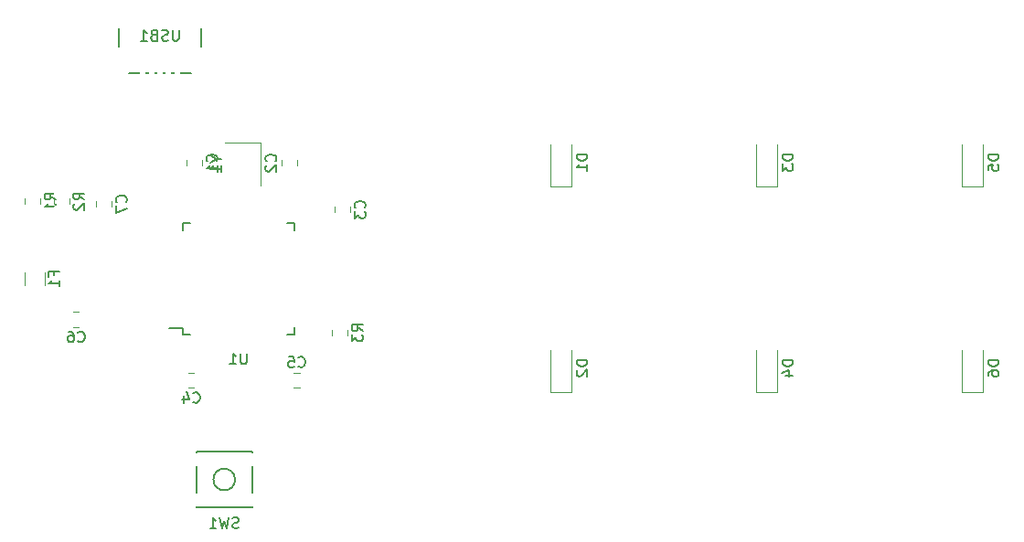
<source format=gbo>
G04 #@! TF.GenerationSoftware,KiCad,Pcbnew,(5.1.4)-1*
G04 #@! TF.CreationDate,2023-06-03T18:00:42-07:00*
G04 #@! TF.ProjectId,keypad,6b657970-6164-42e6-9b69-6361645f7063,rev?*
G04 #@! TF.SameCoordinates,Original*
G04 #@! TF.FileFunction,Legend,Bot*
G04 #@! TF.FilePolarity,Positive*
%FSLAX46Y46*%
G04 Gerber Fmt 4.6, Leading zero omitted, Abs format (unit mm)*
G04 Created by KiCad (PCBNEW (5.1.4)-1) date 2023-06-03 18:00:42*
%MOMM*%
%LPD*%
G04 APERTURE LIST*
%ADD10C,0.120000*%
%ADD11C,0.150000*%
%ADD12R,1.302000X1.502000*%
%ADD13O,1.802000X2.802000*%
%ADD14R,0.602000X2.352000*%
%ADD15R,0.652000X1.602000*%
%ADD16R,1.602000X0.652000*%
%ADD17R,1.902000X1.202000*%
%ADD18C,0.100000*%
%ADD19C,1.077000*%
%ADD20R,2.652000X2.602000*%
%ADD21C,1.852000*%
%ADD22C,3.102000*%
%ADD23C,4.089800*%
%ADD24C,1.352000*%
%ADD25R,1.302000X1.002000*%
G04 APERTURE END LIST*
D10*
X187617000Y-109803000D02*
X187617000Y-113803000D01*
X184317000Y-109803000D02*
X187617000Y-109803000D01*
D11*
X174425000Y-97893750D02*
X174425000Y-103343750D01*
X182125000Y-97893750D02*
X182125000Y-103343750D01*
X174425000Y-103343750D02*
X182125000Y-103343750D01*
X180372000Y-127028000D02*
X179097000Y-127028000D01*
X190722000Y-127603000D02*
X190047000Y-127603000D01*
X190722000Y-117253000D02*
X190047000Y-117253000D01*
X180372000Y-117253000D02*
X181047000Y-117253000D01*
X180372000Y-127603000D02*
X181047000Y-127603000D01*
X180372000Y-117253000D02*
X180372000Y-117928000D01*
X190722000Y-117253000D02*
X190722000Y-117928000D01*
X190722000Y-127603000D02*
X190722000Y-126928000D01*
X180372000Y-127603000D02*
X180372000Y-127028000D01*
X186825000Y-138425000D02*
X181625000Y-138425000D01*
X181625000Y-138425000D02*
X181625000Y-143625000D01*
X181625000Y-143625000D02*
X186825000Y-143625000D01*
X186825000Y-143625000D02*
X186825000Y-138425000D01*
X185225000Y-141025000D02*
G75*
G03X185225000Y-141025000I-1000000J0D01*
G01*
D10*
X194235000Y-127688078D02*
X194235000Y-127170922D01*
X195655000Y-127688078D02*
X195655000Y-127170922D01*
X168454000Y-115526078D02*
X168454000Y-115008922D01*
X169874000Y-115526078D02*
X169874000Y-115008922D01*
X165787000Y-115526078D02*
X165787000Y-115008922D01*
X167207000Y-115526078D02*
X167207000Y-115008922D01*
X165777500Y-123027064D02*
X165777500Y-121822936D01*
X167597500Y-123027064D02*
X167597500Y-121822936D01*
X254492000Y-132933000D02*
X254492000Y-129033000D01*
X252492000Y-132933000D02*
X252492000Y-129033000D01*
X254492000Y-132933000D02*
X252492000Y-132933000D01*
X254492000Y-113882000D02*
X254492000Y-109982000D01*
X252492000Y-113882000D02*
X252492000Y-109982000D01*
X254492000Y-113882000D02*
X252492000Y-113882000D01*
X235442000Y-132933000D02*
X235442000Y-129033000D01*
X233442000Y-132933000D02*
X233442000Y-129033000D01*
X235442000Y-132933000D02*
X233442000Y-132933000D01*
X235442000Y-113883000D02*
X235442000Y-109983000D01*
X233442000Y-113883000D02*
X233442000Y-109983000D01*
X235442000Y-113883000D02*
X233442000Y-113883000D01*
X216392000Y-132933000D02*
X216392000Y-129033000D01*
X214392000Y-132933000D02*
X214392000Y-129033000D01*
X216392000Y-132933000D02*
X214392000Y-132933000D01*
X216392000Y-113882000D02*
X216392000Y-109982000D01*
X214392000Y-113882000D02*
X214392000Y-109982000D01*
X216392000Y-113882000D02*
X214392000Y-113882000D01*
X172391000Y-115750078D02*
X172391000Y-115232922D01*
X173811000Y-115750078D02*
X173811000Y-115232922D01*
X170253922Y-125496250D02*
X170771078Y-125496250D01*
X170253922Y-126916250D02*
X170771078Y-126916250D01*
X191188078Y-132536000D02*
X190670922Y-132536000D01*
X191188078Y-131116000D02*
X190670922Y-131116000D01*
X180921922Y-131116000D02*
X181439078Y-131116000D01*
X180921922Y-132536000D02*
X181439078Y-132536000D01*
X194489000Y-116288078D02*
X194489000Y-115770922D01*
X195909000Y-116288078D02*
X195909000Y-115770922D01*
X190956000Y-111452922D02*
X190956000Y-111970078D01*
X189536000Y-111452922D02*
X189536000Y-111970078D01*
X180773000Y-111970078D02*
X180773000Y-111452922D01*
X182193000Y-111970078D02*
X182193000Y-111452922D01*
D11*
X183493190Y-111326809D02*
X183969380Y-111326809D01*
X182969380Y-110993476D02*
X183493190Y-111326809D01*
X182969380Y-111660142D01*
X183969380Y-112517285D02*
X183969380Y-111945857D01*
X183969380Y-112231571D02*
X182969380Y-112231571D01*
X183112238Y-112136333D01*
X183207476Y-112041095D01*
X183255095Y-111945857D01*
X180013095Y-99378130D02*
X180013095Y-100187654D01*
X179965476Y-100282892D01*
X179917857Y-100330511D01*
X179822619Y-100378130D01*
X179632142Y-100378130D01*
X179536904Y-100330511D01*
X179489285Y-100282892D01*
X179441666Y-100187654D01*
X179441666Y-99378130D01*
X179013095Y-100330511D02*
X178870238Y-100378130D01*
X178632142Y-100378130D01*
X178536904Y-100330511D01*
X178489285Y-100282892D01*
X178441666Y-100187654D01*
X178441666Y-100092416D01*
X178489285Y-99997178D01*
X178536904Y-99949559D01*
X178632142Y-99901940D01*
X178822619Y-99854321D01*
X178917857Y-99806702D01*
X178965476Y-99759083D01*
X179013095Y-99663845D01*
X179013095Y-99568607D01*
X178965476Y-99473369D01*
X178917857Y-99425750D01*
X178822619Y-99378130D01*
X178584523Y-99378130D01*
X178441666Y-99425750D01*
X177679761Y-99854321D02*
X177536904Y-99901940D01*
X177489285Y-99949559D01*
X177441666Y-100044797D01*
X177441666Y-100187654D01*
X177489285Y-100282892D01*
X177536904Y-100330511D01*
X177632142Y-100378130D01*
X178013095Y-100378130D01*
X178013095Y-99378130D01*
X177679761Y-99378130D01*
X177584523Y-99425750D01*
X177536904Y-99473369D01*
X177489285Y-99568607D01*
X177489285Y-99663845D01*
X177536904Y-99759083D01*
X177584523Y-99806702D01*
X177679761Y-99854321D01*
X178013095Y-99854321D01*
X176489285Y-100378130D02*
X177060714Y-100378130D01*
X176775000Y-100378130D02*
X176775000Y-99378130D01*
X176870238Y-99520988D01*
X176965476Y-99616226D01*
X177060714Y-99663845D01*
X186308904Y-129330380D02*
X186308904Y-130139904D01*
X186261285Y-130235142D01*
X186213666Y-130282761D01*
X186118428Y-130330380D01*
X185927952Y-130330380D01*
X185832714Y-130282761D01*
X185785095Y-130235142D01*
X185737476Y-130139904D01*
X185737476Y-129330380D01*
X184737476Y-130330380D02*
X185308904Y-130330380D01*
X185023190Y-130330380D02*
X185023190Y-129330380D01*
X185118428Y-129473238D01*
X185213666Y-129568476D01*
X185308904Y-129616095D01*
X185558333Y-145493761D02*
X185415476Y-145541380D01*
X185177380Y-145541380D01*
X185082142Y-145493761D01*
X185034523Y-145446142D01*
X184986904Y-145350904D01*
X184986904Y-145255666D01*
X185034523Y-145160428D01*
X185082142Y-145112809D01*
X185177380Y-145065190D01*
X185367857Y-145017571D01*
X185463095Y-144969952D01*
X185510714Y-144922333D01*
X185558333Y-144827095D01*
X185558333Y-144731857D01*
X185510714Y-144636619D01*
X185463095Y-144589000D01*
X185367857Y-144541380D01*
X185129761Y-144541380D01*
X184986904Y-144589000D01*
X184653571Y-144541380D02*
X184415476Y-145541380D01*
X184225000Y-144827095D01*
X184034523Y-145541380D01*
X183796428Y-144541380D01*
X182891666Y-145541380D02*
X183463095Y-145541380D01*
X183177380Y-145541380D02*
X183177380Y-144541380D01*
X183272619Y-144684238D01*
X183367857Y-144779476D01*
X183463095Y-144827095D01*
X197047380Y-127262833D02*
X196571190Y-126929500D01*
X197047380Y-126691404D02*
X196047380Y-126691404D01*
X196047380Y-127072357D01*
X196095000Y-127167595D01*
X196142619Y-127215214D01*
X196237857Y-127262833D01*
X196380714Y-127262833D01*
X196475952Y-127215214D01*
X196523571Y-127167595D01*
X196571190Y-127072357D01*
X196571190Y-126691404D01*
X196047380Y-127596166D02*
X196047380Y-128215214D01*
X196428333Y-127881880D01*
X196428333Y-128024738D01*
X196475952Y-128119976D01*
X196523571Y-128167595D01*
X196618809Y-128215214D01*
X196856904Y-128215214D01*
X196952142Y-128167595D01*
X196999761Y-128119976D01*
X197047380Y-128024738D01*
X197047380Y-127739023D01*
X196999761Y-127643785D01*
X196952142Y-127596166D01*
X171266380Y-115100833D02*
X170790190Y-114767500D01*
X171266380Y-114529404D02*
X170266380Y-114529404D01*
X170266380Y-114910357D01*
X170314000Y-115005595D01*
X170361619Y-115053214D01*
X170456857Y-115100833D01*
X170599714Y-115100833D01*
X170694952Y-115053214D01*
X170742571Y-115005595D01*
X170790190Y-114910357D01*
X170790190Y-114529404D01*
X170361619Y-115481785D02*
X170314000Y-115529404D01*
X170266380Y-115624642D01*
X170266380Y-115862738D01*
X170314000Y-115957976D01*
X170361619Y-116005595D01*
X170456857Y-116053214D01*
X170552095Y-116053214D01*
X170694952Y-116005595D01*
X171266380Y-115434166D01*
X171266380Y-116053214D01*
X168599380Y-115100833D02*
X168123190Y-114767500D01*
X168599380Y-114529404D02*
X167599380Y-114529404D01*
X167599380Y-114910357D01*
X167647000Y-115005595D01*
X167694619Y-115053214D01*
X167789857Y-115100833D01*
X167932714Y-115100833D01*
X168027952Y-115053214D01*
X168075571Y-115005595D01*
X168123190Y-114910357D01*
X168123190Y-114529404D01*
X168599380Y-116053214D02*
X168599380Y-115481785D01*
X168599380Y-115767500D02*
X167599380Y-115767500D01*
X167742238Y-115672261D01*
X167837476Y-115577023D01*
X167885095Y-115481785D01*
X168436071Y-122091666D02*
X168436071Y-121758333D01*
X168959880Y-121758333D02*
X167959880Y-121758333D01*
X167959880Y-122234523D01*
X168959880Y-123139285D02*
X168959880Y-122567857D01*
X168959880Y-122853571D02*
X167959880Y-122853571D01*
X168102738Y-122758333D01*
X168197976Y-122663095D01*
X168245595Y-122567857D01*
X255944380Y-129944904D02*
X254944380Y-129944904D01*
X254944380Y-130183000D01*
X254992000Y-130325857D01*
X255087238Y-130421095D01*
X255182476Y-130468714D01*
X255372952Y-130516333D01*
X255515809Y-130516333D01*
X255706285Y-130468714D01*
X255801523Y-130421095D01*
X255896761Y-130325857D01*
X255944380Y-130183000D01*
X255944380Y-129944904D01*
X254944380Y-131373476D02*
X254944380Y-131183000D01*
X254992000Y-131087761D01*
X255039619Y-131040142D01*
X255182476Y-130944904D01*
X255372952Y-130897285D01*
X255753904Y-130897285D01*
X255849142Y-130944904D01*
X255896761Y-130992523D01*
X255944380Y-131087761D01*
X255944380Y-131278238D01*
X255896761Y-131373476D01*
X255849142Y-131421095D01*
X255753904Y-131468714D01*
X255515809Y-131468714D01*
X255420571Y-131421095D01*
X255372952Y-131373476D01*
X255325333Y-131278238D01*
X255325333Y-131087761D01*
X255372952Y-130992523D01*
X255420571Y-130944904D01*
X255515809Y-130897285D01*
X255944380Y-110893904D02*
X254944380Y-110893904D01*
X254944380Y-111132000D01*
X254992000Y-111274857D01*
X255087238Y-111370095D01*
X255182476Y-111417714D01*
X255372952Y-111465333D01*
X255515809Y-111465333D01*
X255706285Y-111417714D01*
X255801523Y-111370095D01*
X255896761Y-111274857D01*
X255944380Y-111132000D01*
X255944380Y-110893904D01*
X254944380Y-112370095D02*
X254944380Y-111893904D01*
X255420571Y-111846285D01*
X255372952Y-111893904D01*
X255325333Y-111989142D01*
X255325333Y-112227238D01*
X255372952Y-112322476D01*
X255420571Y-112370095D01*
X255515809Y-112417714D01*
X255753904Y-112417714D01*
X255849142Y-112370095D01*
X255896761Y-112322476D01*
X255944380Y-112227238D01*
X255944380Y-111989142D01*
X255896761Y-111893904D01*
X255849142Y-111846285D01*
X236894380Y-129944904D02*
X235894380Y-129944904D01*
X235894380Y-130183000D01*
X235942000Y-130325857D01*
X236037238Y-130421095D01*
X236132476Y-130468714D01*
X236322952Y-130516333D01*
X236465809Y-130516333D01*
X236656285Y-130468714D01*
X236751523Y-130421095D01*
X236846761Y-130325857D01*
X236894380Y-130183000D01*
X236894380Y-129944904D01*
X236227714Y-131373476D02*
X236894380Y-131373476D01*
X235846761Y-131135380D02*
X236561047Y-130897285D01*
X236561047Y-131516333D01*
X236894380Y-110894904D02*
X235894380Y-110894904D01*
X235894380Y-111133000D01*
X235942000Y-111275857D01*
X236037238Y-111371095D01*
X236132476Y-111418714D01*
X236322952Y-111466333D01*
X236465809Y-111466333D01*
X236656285Y-111418714D01*
X236751523Y-111371095D01*
X236846761Y-111275857D01*
X236894380Y-111133000D01*
X236894380Y-110894904D01*
X235894380Y-111799666D02*
X235894380Y-112418714D01*
X236275333Y-112085380D01*
X236275333Y-112228238D01*
X236322952Y-112323476D01*
X236370571Y-112371095D01*
X236465809Y-112418714D01*
X236703904Y-112418714D01*
X236799142Y-112371095D01*
X236846761Y-112323476D01*
X236894380Y-112228238D01*
X236894380Y-111942523D01*
X236846761Y-111847285D01*
X236799142Y-111799666D01*
X217844380Y-129944904D02*
X216844380Y-129944904D01*
X216844380Y-130183000D01*
X216892000Y-130325857D01*
X216987238Y-130421095D01*
X217082476Y-130468714D01*
X217272952Y-130516333D01*
X217415809Y-130516333D01*
X217606285Y-130468714D01*
X217701523Y-130421095D01*
X217796761Y-130325857D01*
X217844380Y-130183000D01*
X217844380Y-129944904D01*
X216939619Y-130897285D02*
X216892000Y-130944904D01*
X216844380Y-131040142D01*
X216844380Y-131278238D01*
X216892000Y-131373476D01*
X216939619Y-131421095D01*
X217034857Y-131468714D01*
X217130095Y-131468714D01*
X217272952Y-131421095D01*
X217844380Y-130849666D01*
X217844380Y-131468714D01*
X217844380Y-110893904D02*
X216844380Y-110893904D01*
X216844380Y-111132000D01*
X216892000Y-111274857D01*
X216987238Y-111370095D01*
X217082476Y-111417714D01*
X217272952Y-111465333D01*
X217415809Y-111465333D01*
X217606285Y-111417714D01*
X217701523Y-111370095D01*
X217796761Y-111274857D01*
X217844380Y-111132000D01*
X217844380Y-110893904D01*
X217844380Y-112417714D02*
X217844380Y-111846285D01*
X217844380Y-112132000D02*
X216844380Y-112132000D01*
X216987238Y-112036761D01*
X217082476Y-111941523D01*
X217130095Y-111846285D01*
X175108142Y-115324833D02*
X175155761Y-115277214D01*
X175203380Y-115134357D01*
X175203380Y-115039119D01*
X175155761Y-114896261D01*
X175060523Y-114801023D01*
X174965285Y-114753404D01*
X174774809Y-114705785D01*
X174631952Y-114705785D01*
X174441476Y-114753404D01*
X174346238Y-114801023D01*
X174251000Y-114896261D01*
X174203380Y-115039119D01*
X174203380Y-115134357D01*
X174251000Y-115277214D01*
X174298619Y-115324833D01*
X174203380Y-115658166D02*
X174203380Y-116324833D01*
X175203380Y-115896261D01*
X170679166Y-128213392D02*
X170726785Y-128261011D01*
X170869642Y-128308630D01*
X170964880Y-128308630D01*
X171107738Y-128261011D01*
X171202976Y-128165773D01*
X171250595Y-128070535D01*
X171298214Y-127880059D01*
X171298214Y-127737202D01*
X171250595Y-127546726D01*
X171202976Y-127451488D01*
X171107738Y-127356250D01*
X170964880Y-127308630D01*
X170869642Y-127308630D01*
X170726785Y-127356250D01*
X170679166Y-127403869D01*
X169822023Y-127308630D02*
X170012500Y-127308630D01*
X170107738Y-127356250D01*
X170155357Y-127403869D01*
X170250595Y-127546726D01*
X170298214Y-127737202D01*
X170298214Y-128118154D01*
X170250595Y-128213392D01*
X170202976Y-128261011D01*
X170107738Y-128308630D01*
X169917261Y-128308630D01*
X169822023Y-128261011D01*
X169774404Y-128213392D01*
X169726785Y-128118154D01*
X169726785Y-127880059D01*
X169774404Y-127784821D01*
X169822023Y-127737202D01*
X169917261Y-127689583D01*
X170107738Y-127689583D01*
X170202976Y-127737202D01*
X170250595Y-127784821D01*
X170298214Y-127880059D01*
X191096166Y-130533142D02*
X191143785Y-130580761D01*
X191286642Y-130628380D01*
X191381880Y-130628380D01*
X191524738Y-130580761D01*
X191619976Y-130485523D01*
X191667595Y-130390285D01*
X191715214Y-130199809D01*
X191715214Y-130056952D01*
X191667595Y-129866476D01*
X191619976Y-129771238D01*
X191524738Y-129676000D01*
X191381880Y-129628380D01*
X191286642Y-129628380D01*
X191143785Y-129676000D01*
X191096166Y-129723619D01*
X190191404Y-129628380D02*
X190667595Y-129628380D01*
X190715214Y-130104571D01*
X190667595Y-130056952D01*
X190572357Y-130009333D01*
X190334261Y-130009333D01*
X190239023Y-130056952D01*
X190191404Y-130104571D01*
X190143785Y-130199809D01*
X190143785Y-130437904D01*
X190191404Y-130533142D01*
X190239023Y-130580761D01*
X190334261Y-130628380D01*
X190572357Y-130628380D01*
X190667595Y-130580761D01*
X190715214Y-130533142D01*
X181347166Y-133833142D02*
X181394785Y-133880761D01*
X181537642Y-133928380D01*
X181632880Y-133928380D01*
X181775738Y-133880761D01*
X181870976Y-133785523D01*
X181918595Y-133690285D01*
X181966214Y-133499809D01*
X181966214Y-133356952D01*
X181918595Y-133166476D01*
X181870976Y-133071238D01*
X181775738Y-132976000D01*
X181632880Y-132928380D01*
X181537642Y-132928380D01*
X181394785Y-132976000D01*
X181347166Y-133023619D01*
X180490023Y-133261714D02*
X180490023Y-133928380D01*
X180728119Y-132880761D02*
X180966214Y-133595047D01*
X180347166Y-133595047D01*
X197206142Y-115862833D02*
X197253761Y-115815214D01*
X197301380Y-115672357D01*
X197301380Y-115577119D01*
X197253761Y-115434261D01*
X197158523Y-115339023D01*
X197063285Y-115291404D01*
X196872809Y-115243785D01*
X196729952Y-115243785D01*
X196539476Y-115291404D01*
X196444238Y-115339023D01*
X196349000Y-115434261D01*
X196301380Y-115577119D01*
X196301380Y-115672357D01*
X196349000Y-115815214D01*
X196396619Y-115862833D01*
X196301380Y-116196166D02*
X196301380Y-116815214D01*
X196682333Y-116481880D01*
X196682333Y-116624738D01*
X196729952Y-116719976D01*
X196777571Y-116767595D01*
X196872809Y-116815214D01*
X197110904Y-116815214D01*
X197206142Y-116767595D01*
X197253761Y-116719976D01*
X197301380Y-116624738D01*
X197301380Y-116339023D01*
X197253761Y-116243785D01*
X197206142Y-116196166D01*
X188953142Y-111544833D02*
X189000761Y-111497214D01*
X189048380Y-111354357D01*
X189048380Y-111259119D01*
X189000761Y-111116261D01*
X188905523Y-111021023D01*
X188810285Y-110973404D01*
X188619809Y-110925785D01*
X188476952Y-110925785D01*
X188286476Y-110973404D01*
X188191238Y-111021023D01*
X188096000Y-111116261D01*
X188048380Y-111259119D01*
X188048380Y-111354357D01*
X188096000Y-111497214D01*
X188143619Y-111544833D01*
X188143619Y-111925785D02*
X188096000Y-111973404D01*
X188048380Y-112068642D01*
X188048380Y-112306738D01*
X188096000Y-112401976D01*
X188143619Y-112449595D01*
X188238857Y-112497214D01*
X188334095Y-112497214D01*
X188476952Y-112449595D01*
X189048380Y-111878166D01*
X189048380Y-112497214D01*
X183490142Y-111544833D02*
X183537761Y-111497214D01*
X183585380Y-111354357D01*
X183585380Y-111259119D01*
X183537761Y-111116261D01*
X183442523Y-111021023D01*
X183347285Y-110973404D01*
X183156809Y-110925785D01*
X183013952Y-110925785D01*
X182823476Y-110973404D01*
X182728238Y-111021023D01*
X182633000Y-111116261D01*
X182585380Y-111259119D01*
X182585380Y-111354357D01*
X182633000Y-111497214D01*
X182680619Y-111544833D01*
X183585380Y-112497214D02*
X183585380Y-111925785D01*
X183585380Y-112211500D02*
X182585380Y-112211500D01*
X182728238Y-112116261D01*
X182823476Y-112021023D01*
X182871095Y-111925785D01*
%LPC*%
D12*
X185117000Y-110703000D03*
X185117000Y-112903000D03*
X186817000Y-112903000D03*
X186817000Y-110703000D03*
D13*
X174625000Y-97893750D03*
X181925000Y-97893750D03*
X181925000Y-102393750D03*
X174625000Y-102393750D03*
D14*
X176675000Y-102393750D03*
X177475000Y-102393750D03*
X178275000Y-102393750D03*
X179075000Y-102393750D03*
X179875000Y-102393750D03*
D15*
X181547000Y-128128000D03*
X182347000Y-128128000D03*
X183147000Y-128128000D03*
X183947000Y-128128000D03*
X184747000Y-128128000D03*
X185547000Y-128128000D03*
X186347000Y-128128000D03*
X187147000Y-128128000D03*
X187947000Y-128128000D03*
X188747000Y-128128000D03*
X189547000Y-128128000D03*
D16*
X191247000Y-126428000D03*
X191247000Y-125628000D03*
X191247000Y-124828000D03*
X191247000Y-124028000D03*
X191247000Y-123228000D03*
X191247000Y-122428000D03*
X191247000Y-121628000D03*
X191247000Y-120828000D03*
X191247000Y-120028000D03*
X191247000Y-119228000D03*
X191247000Y-118428000D03*
D15*
X189547000Y-116728000D03*
X188747000Y-116728000D03*
X187947000Y-116728000D03*
X187147000Y-116728000D03*
X186347000Y-116728000D03*
X185547000Y-116728000D03*
X184747000Y-116728000D03*
X183947000Y-116728000D03*
X183147000Y-116728000D03*
X182347000Y-116728000D03*
X181547000Y-116728000D03*
D16*
X179847000Y-118428000D03*
X179847000Y-119228000D03*
X179847000Y-120028000D03*
X179847000Y-120828000D03*
X179847000Y-121628000D03*
X179847000Y-122428000D03*
X179847000Y-123228000D03*
X179847000Y-124028000D03*
X179847000Y-124828000D03*
X179847000Y-125628000D03*
X179847000Y-126428000D03*
D17*
X187325000Y-142875000D03*
X181125000Y-139175000D03*
X187325000Y-139175000D03*
X181125000Y-142875000D03*
D18*
G36*
X195453141Y-125954797D02*
G01*
X195479278Y-125958674D01*
X195504909Y-125965094D01*
X195529788Y-125973995D01*
X195553674Y-125985293D01*
X195576337Y-125998877D01*
X195597560Y-126014617D01*
X195617139Y-126032361D01*
X195634883Y-126051940D01*
X195650623Y-126073163D01*
X195664207Y-126095826D01*
X195675505Y-126119712D01*
X195684406Y-126144591D01*
X195690826Y-126170222D01*
X195694703Y-126196359D01*
X195696000Y-126222750D01*
X195696000Y-126761250D01*
X195694703Y-126787641D01*
X195690826Y-126813778D01*
X195684406Y-126839409D01*
X195675505Y-126864288D01*
X195664207Y-126888174D01*
X195650623Y-126910837D01*
X195634883Y-126932060D01*
X195617139Y-126951639D01*
X195597560Y-126969383D01*
X195576337Y-126985123D01*
X195553674Y-126998707D01*
X195529788Y-127010005D01*
X195504909Y-127018906D01*
X195479278Y-127025326D01*
X195453141Y-127029203D01*
X195426750Y-127030500D01*
X194463250Y-127030500D01*
X194436859Y-127029203D01*
X194410722Y-127025326D01*
X194385091Y-127018906D01*
X194360212Y-127010005D01*
X194336326Y-126998707D01*
X194313663Y-126985123D01*
X194292440Y-126969383D01*
X194272861Y-126951639D01*
X194255117Y-126932060D01*
X194239377Y-126910837D01*
X194225793Y-126888174D01*
X194214495Y-126864288D01*
X194205594Y-126839409D01*
X194199174Y-126813778D01*
X194195297Y-126787641D01*
X194194000Y-126761250D01*
X194194000Y-126222750D01*
X194195297Y-126196359D01*
X194199174Y-126170222D01*
X194205594Y-126144591D01*
X194214495Y-126119712D01*
X194225793Y-126095826D01*
X194239377Y-126073163D01*
X194255117Y-126051940D01*
X194272861Y-126032361D01*
X194292440Y-126014617D01*
X194313663Y-125998877D01*
X194336326Y-125985293D01*
X194360212Y-125973995D01*
X194385091Y-125965094D01*
X194410722Y-125958674D01*
X194436859Y-125954797D01*
X194463250Y-125953500D01*
X195426750Y-125953500D01*
X195453141Y-125954797D01*
X195453141Y-125954797D01*
G37*
D19*
X194945000Y-126492000D03*
D18*
G36*
X195453141Y-127829797D02*
G01*
X195479278Y-127833674D01*
X195504909Y-127840094D01*
X195529788Y-127848995D01*
X195553674Y-127860293D01*
X195576337Y-127873877D01*
X195597560Y-127889617D01*
X195617139Y-127907361D01*
X195634883Y-127926940D01*
X195650623Y-127948163D01*
X195664207Y-127970826D01*
X195675505Y-127994712D01*
X195684406Y-128019591D01*
X195690826Y-128045222D01*
X195694703Y-128071359D01*
X195696000Y-128097750D01*
X195696000Y-128636250D01*
X195694703Y-128662641D01*
X195690826Y-128688778D01*
X195684406Y-128714409D01*
X195675505Y-128739288D01*
X195664207Y-128763174D01*
X195650623Y-128785837D01*
X195634883Y-128807060D01*
X195617139Y-128826639D01*
X195597560Y-128844383D01*
X195576337Y-128860123D01*
X195553674Y-128873707D01*
X195529788Y-128885005D01*
X195504909Y-128893906D01*
X195479278Y-128900326D01*
X195453141Y-128904203D01*
X195426750Y-128905500D01*
X194463250Y-128905500D01*
X194436859Y-128904203D01*
X194410722Y-128900326D01*
X194385091Y-128893906D01*
X194360212Y-128885005D01*
X194336326Y-128873707D01*
X194313663Y-128860123D01*
X194292440Y-128844383D01*
X194272861Y-128826639D01*
X194255117Y-128807060D01*
X194239377Y-128785837D01*
X194225793Y-128763174D01*
X194214495Y-128739288D01*
X194205594Y-128714409D01*
X194199174Y-128688778D01*
X194195297Y-128662641D01*
X194194000Y-128636250D01*
X194194000Y-128097750D01*
X194195297Y-128071359D01*
X194199174Y-128045222D01*
X194205594Y-128019591D01*
X194214495Y-127994712D01*
X194225793Y-127970826D01*
X194239377Y-127948163D01*
X194255117Y-127926940D01*
X194272861Y-127907361D01*
X194292440Y-127889617D01*
X194313663Y-127873877D01*
X194336326Y-127860293D01*
X194360212Y-127848995D01*
X194385091Y-127840094D01*
X194410722Y-127833674D01*
X194436859Y-127829797D01*
X194463250Y-127828500D01*
X195426750Y-127828500D01*
X195453141Y-127829797D01*
X195453141Y-127829797D01*
G37*
D19*
X194945000Y-128367000D03*
D18*
G36*
X169672141Y-113792797D02*
G01*
X169698278Y-113796674D01*
X169723909Y-113803094D01*
X169748788Y-113811995D01*
X169772674Y-113823293D01*
X169795337Y-113836877D01*
X169816560Y-113852617D01*
X169836139Y-113870361D01*
X169853883Y-113889940D01*
X169869623Y-113911163D01*
X169883207Y-113933826D01*
X169894505Y-113957712D01*
X169903406Y-113982591D01*
X169909826Y-114008222D01*
X169913703Y-114034359D01*
X169915000Y-114060750D01*
X169915000Y-114599250D01*
X169913703Y-114625641D01*
X169909826Y-114651778D01*
X169903406Y-114677409D01*
X169894505Y-114702288D01*
X169883207Y-114726174D01*
X169869623Y-114748837D01*
X169853883Y-114770060D01*
X169836139Y-114789639D01*
X169816560Y-114807383D01*
X169795337Y-114823123D01*
X169772674Y-114836707D01*
X169748788Y-114848005D01*
X169723909Y-114856906D01*
X169698278Y-114863326D01*
X169672141Y-114867203D01*
X169645750Y-114868500D01*
X168682250Y-114868500D01*
X168655859Y-114867203D01*
X168629722Y-114863326D01*
X168604091Y-114856906D01*
X168579212Y-114848005D01*
X168555326Y-114836707D01*
X168532663Y-114823123D01*
X168511440Y-114807383D01*
X168491861Y-114789639D01*
X168474117Y-114770060D01*
X168458377Y-114748837D01*
X168444793Y-114726174D01*
X168433495Y-114702288D01*
X168424594Y-114677409D01*
X168418174Y-114651778D01*
X168414297Y-114625641D01*
X168413000Y-114599250D01*
X168413000Y-114060750D01*
X168414297Y-114034359D01*
X168418174Y-114008222D01*
X168424594Y-113982591D01*
X168433495Y-113957712D01*
X168444793Y-113933826D01*
X168458377Y-113911163D01*
X168474117Y-113889940D01*
X168491861Y-113870361D01*
X168511440Y-113852617D01*
X168532663Y-113836877D01*
X168555326Y-113823293D01*
X168579212Y-113811995D01*
X168604091Y-113803094D01*
X168629722Y-113796674D01*
X168655859Y-113792797D01*
X168682250Y-113791500D01*
X169645750Y-113791500D01*
X169672141Y-113792797D01*
X169672141Y-113792797D01*
G37*
D19*
X169164000Y-114330000D03*
D18*
G36*
X169672141Y-115667797D02*
G01*
X169698278Y-115671674D01*
X169723909Y-115678094D01*
X169748788Y-115686995D01*
X169772674Y-115698293D01*
X169795337Y-115711877D01*
X169816560Y-115727617D01*
X169836139Y-115745361D01*
X169853883Y-115764940D01*
X169869623Y-115786163D01*
X169883207Y-115808826D01*
X169894505Y-115832712D01*
X169903406Y-115857591D01*
X169909826Y-115883222D01*
X169913703Y-115909359D01*
X169915000Y-115935750D01*
X169915000Y-116474250D01*
X169913703Y-116500641D01*
X169909826Y-116526778D01*
X169903406Y-116552409D01*
X169894505Y-116577288D01*
X169883207Y-116601174D01*
X169869623Y-116623837D01*
X169853883Y-116645060D01*
X169836139Y-116664639D01*
X169816560Y-116682383D01*
X169795337Y-116698123D01*
X169772674Y-116711707D01*
X169748788Y-116723005D01*
X169723909Y-116731906D01*
X169698278Y-116738326D01*
X169672141Y-116742203D01*
X169645750Y-116743500D01*
X168682250Y-116743500D01*
X168655859Y-116742203D01*
X168629722Y-116738326D01*
X168604091Y-116731906D01*
X168579212Y-116723005D01*
X168555326Y-116711707D01*
X168532663Y-116698123D01*
X168511440Y-116682383D01*
X168491861Y-116664639D01*
X168474117Y-116645060D01*
X168458377Y-116623837D01*
X168444793Y-116601174D01*
X168433495Y-116577288D01*
X168424594Y-116552409D01*
X168418174Y-116526778D01*
X168414297Y-116500641D01*
X168413000Y-116474250D01*
X168413000Y-115935750D01*
X168414297Y-115909359D01*
X168418174Y-115883222D01*
X168424594Y-115857591D01*
X168433495Y-115832712D01*
X168444793Y-115808826D01*
X168458377Y-115786163D01*
X168474117Y-115764940D01*
X168491861Y-115745361D01*
X168511440Y-115727617D01*
X168532663Y-115711877D01*
X168555326Y-115698293D01*
X168579212Y-115686995D01*
X168604091Y-115678094D01*
X168629722Y-115671674D01*
X168655859Y-115667797D01*
X168682250Y-115666500D01*
X169645750Y-115666500D01*
X169672141Y-115667797D01*
X169672141Y-115667797D01*
G37*
D19*
X169164000Y-116205000D03*
D18*
G36*
X167005141Y-113792797D02*
G01*
X167031278Y-113796674D01*
X167056909Y-113803094D01*
X167081788Y-113811995D01*
X167105674Y-113823293D01*
X167128337Y-113836877D01*
X167149560Y-113852617D01*
X167169139Y-113870361D01*
X167186883Y-113889940D01*
X167202623Y-113911163D01*
X167216207Y-113933826D01*
X167227505Y-113957712D01*
X167236406Y-113982591D01*
X167242826Y-114008222D01*
X167246703Y-114034359D01*
X167248000Y-114060750D01*
X167248000Y-114599250D01*
X167246703Y-114625641D01*
X167242826Y-114651778D01*
X167236406Y-114677409D01*
X167227505Y-114702288D01*
X167216207Y-114726174D01*
X167202623Y-114748837D01*
X167186883Y-114770060D01*
X167169139Y-114789639D01*
X167149560Y-114807383D01*
X167128337Y-114823123D01*
X167105674Y-114836707D01*
X167081788Y-114848005D01*
X167056909Y-114856906D01*
X167031278Y-114863326D01*
X167005141Y-114867203D01*
X166978750Y-114868500D01*
X166015250Y-114868500D01*
X165988859Y-114867203D01*
X165962722Y-114863326D01*
X165937091Y-114856906D01*
X165912212Y-114848005D01*
X165888326Y-114836707D01*
X165865663Y-114823123D01*
X165844440Y-114807383D01*
X165824861Y-114789639D01*
X165807117Y-114770060D01*
X165791377Y-114748837D01*
X165777793Y-114726174D01*
X165766495Y-114702288D01*
X165757594Y-114677409D01*
X165751174Y-114651778D01*
X165747297Y-114625641D01*
X165746000Y-114599250D01*
X165746000Y-114060750D01*
X165747297Y-114034359D01*
X165751174Y-114008222D01*
X165757594Y-113982591D01*
X165766495Y-113957712D01*
X165777793Y-113933826D01*
X165791377Y-113911163D01*
X165807117Y-113889940D01*
X165824861Y-113870361D01*
X165844440Y-113852617D01*
X165865663Y-113836877D01*
X165888326Y-113823293D01*
X165912212Y-113811995D01*
X165937091Y-113803094D01*
X165962722Y-113796674D01*
X165988859Y-113792797D01*
X166015250Y-113791500D01*
X166978750Y-113791500D01*
X167005141Y-113792797D01*
X167005141Y-113792797D01*
G37*
D19*
X166497000Y-114330000D03*
D18*
G36*
X167005141Y-115667797D02*
G01*
X167031278Y-115671674D01*
X167056909Y-115678094D01*
X167081788Y-115686995D01*
X167105674Y-115698293D01*
X167128337Y-115711877D01*
X167149560Y-115727617D01*
X167169139Y-115745361D01*
X167186883Y-115764940D01*
X167202623Y-115786163D01*
X167216207Y-115808826D01*
X167227505Y-115832712D01*
X167236406Y-115857591D01*
X167242826Y-115883222D01*
X167246703Y-115909359D01*
X167248000Y-115935750D01*
X167248000Y-116474250D01*
X167246703Y-116500641D01*
X167242826Y-116526778D01*
X167236406Y-116552409D01*
X167227505Y-116577288D01*
X167216207Y-116601174D01*
X167202623Y-116623837D01*
X167186883Y-116645060D01*
X167169139Y-116664639D01*
X167149560Y-116682383D01*
X167128337Y-116698123D01*
X167105674Y-116711707D01*
X167081788Y-116723005D01*
X167056909Y-116731906D01*
X167031278Y-116738326D01*
X167005141Y-116742203D01*
X166978750Y-116743500D01*
X166015250Y-116743500D01*
X165988859Y-116742203D01*
X165962722Y-116738326D01*
X165937091Y-116731906D01*
X165912212Y-116723005D01*
X165888326Y-116711707D01*
X165865663Y-116698123D01*
X165844440Y-116682383D01*
X165824861Y-116664639D01*
X165807117Y-116645060D01*
X165791377Y-116623837D01*
X165777793Y-116601174D01*
X165766495Y-116577288D01*
X165757594Y-116552409D01*
X165751174Y-116526778D01*
X165747297Y-116500641D01*
X165746000Y-116474250D01*
X165746000Y-115935750D01*
X165747297Y-115909359D01*
X165751174Y-115883222D01*
X165757594Y-115857591D01*
X165766495Y-115832712D01*
X165777793Y-115808826D01*
X165791377Y-115786163D01*
X165807117Y-115764940D01*
X165824861Y-115745361D01*
X165844440Y-115727617D01*
X165865663Y-115711877D01*
X165888326Y-115698293D01*
X165912212Y-115686995D01*
X165937091Y-115678094D01*
X165962722Y-115671674D01*
X165988859Y-115667797D01*
X166015250Y-115666500D01*
X166978750Y-115666500D01*
X167005141Y-115667797D01*
X167005141Y-115667797D01*
G37*
D19*
X166497000Y-116205000D03*
D20*
X251110750Y-125888750D03*
X238183750Y-128428750D03*
D21*
X250348750Y-130968750D03*
X240188750Y-130968750D03*
D22*
X241458750Y-128428750D03*
D23*
X245268750Y-130968750D03*
D22*
X247808750Y-125888750D03*
D20*
X251110750Y-106838750D03*
X238183750Y-109378750D03*
D21*
X250348750Y-111918750D03*
X240188750Y-111918750D03*
D22*
X241458750Y-109378750D03*
D23*
X245268750Y-111918750D03*
D22*
X247808750Y-106838750D03*
D20*
X232060750Y-125888750D03*
X219133750Y-128428750D03*
D21*
X231298750Y-130968750D03*
X221138750Y-130968750D03*
D22*
X222408750Y-128428750D03*
D23*
X226218750Y-130968750D03*
D22*
X228758750Y-125888750D03*
D20*
X232060750Y-106838750D03*
X219133750Y-109378750D03*
D21*
X231298750Y-111918750D03*
X221138750Y-111918750D03*
D22*
X222408750Y-109378750D03*
D23*
X226218750Y-111918750D03*
D22*
X228758750Y-106838750D03*
D20*
X213010750Y-125888750D03*
X200083750Y-128428750D03*
D21*
X212248750Y-130968750D03*
X202088750Y-130968750D03*
D22*
X203358750Y-128428750D03*
D23*
X207168750Y-130968750D03*
D22*
X209708750Y-125888750D03*
D20*
X213010750Y-106838750D03*
X200083750Y-109378750D03*
D21*
X212248750Y-111918750D03*
X202088750Y-111918750D03*
D22*
X203358750Y-109378750D03*
D23*
X207168750Y-111918750D03*
D22*
X209708750Y-106838750D03*
D18*
G36*
X167369604Y-120350302D02*
G01*
X167395852Y-120354196D01*
X167421593Y-120360643D01*
X167446578Y-120369583D01*
X167470566Y-120380928D01*
X167493326Y-120394571D01*
X167514640Y-120410378D01*
X167534302Y-120428198D01*
X167552122Y-120447860D01*
X167567929Y-120469174D01*
X167581572Y-120491934D01*
X167592917Y-120515922D01*
X167601857Y-120540907D01*
X167608304Y-120566648D01*
X167612198Y-120592896D01*
X167613500Y-120619400D01*
X167613500Y-121430600D01*
X167612198Y-121457104D01*
X167608304Y-121483352D01*
X167601857Y-121509093D01*
X167592917Y-121534078D01*
X167581572Y-121558066D01*
X167567929Y-121580826D01*
X167552122Y-121602140D01*
X167534302Y-121621802D01*
X167514640Y-121639622D01*
X167493326Y-121655429D01*
X167470566Y-121669072D01*
X167446578Y-121680417D01*
X167421593Y-121689357D01*
X167395852Y-121695804D01*
X167369604Y-121699698D01*
X167343100Y-121701000D01*
X166031900Y-121701000D01*
X166005396Y-121699698D01*
X165979148Y-121695804D01*
X165953407Y-121689357D01*
X165928422Y-121680417D01*
X165904434Y-121669072D01*
X165881674Y-121655429D01*
X165860360Y-121639622D01*
X165840698Y-121621802D01*
X165822878Y-121602140D01*
X165807071Y-121580826D01*
X165793428Y-121558066D01*
X165782083Y-121534078D01*
X165773143Y-121509093D01*
X165766696Y-121483352D01*
X165762802Y-121457104D01*
X165761500Y-121430600D01*
X165761500Y-120619400D01*
X165762802Y-120592896D01*
X165766696Y-120566648D01*
X165773143Y-120540907D01*
X165782083Y-120515922D01*
X165793428Y-120491934D01*
X165807071Y-120469174D01*
X165822878Y-120447860D01*
X165840698Y-120428198D01*
X165860360Y-120410378D01*
X165881674Y-120394571D01*
X165904434Y-120380928D01*
X165928422Y-120369583D01*
X165953407Y-120360643D01*
X165979148Y-120354196D01*
X166005396Y-120350302D01*
X166031900Y-120349000D01*
X167343100Y-120349000D01*
X167369604Y-120350302D01*
X167369604Y-120350302D01*
G37*
D24*
X166687500Y-121025000D03*
D18*
G36*
X167369604Y-123150302D02*
G01*
X167395852Y-123154196D01*
X167421593Y-123160643D01*
X167446578Y-123169583D01*
X167470566Y-123180928D01*
X167493326Y-123194571D01*
X167514640Y-123210378D01*
X167534302Y-123228198D01*
X167552122Y-123247860D01*
X167567929Y-123269174D01*
X167581572Y-123291934D01*
X167592917Y-123315922D01*
X167601857Y-123340907D01*
X167608304Y-123366648D01*
X167612198Y-123392896D01*
X167613500Y-123419400D01*
X167613500Y-124230600D01*
X167612198Y-124257104D01*
X167608304Y-124283352D01*
X167601857Y-124309093D01*
X167592917Y-124334078D01*
X167581572Y-124358066D01*
X167567929Y-124380826D01*
X167552122Y-124402140D01*
X167534302Y-124421802D01*
X167514640Y-124439622D01*
X167493326Y-124455429D01*
X167470566Y-124469072D01*
X167446578Y-124480417D01*
X167421593Y-124489357D01*
X167395852Y-124495804D01*
X167369604Y-124499698D01*
X167343100Y-124501000D01*
X166031900Y-124501000D01*
X166005396Y-124499698D01*
X165979148Y-124495804D01*
X165953407Y-124489357D01*
X165928422Y-124480417D01*
X165904434Y-124469072D01*
X165881674Y-124455429D01*
X165860360Y-124439622D01*
X165840698Y-124421802D01*
X165822878Y-124402140D01*
X165807071Y-124380826D01*
X165793428Y-124358066D01*
X165782083Y-124334078D01*
X165773143Y-124309093D01*
X165766696Y-124283352D01*
X165762802Y-124257104D01*
X165761500Y-124230600D01*
X165761500Y-123419400D01*
X165762802Y-123392896D01*
X165766696Y-123366648D01*
X165773143Y-123340907D01*
X165782083Y-123315922D01*
X165793428Y-123291934D01*
X165807071Y-123269174D01*
X165822878Y-123247860D01*
X165840698Y-123228198D01*
X165860360Y-123210378D01*
X165881674Y-123194571D01*
X165904434Y-123180928D01*
X165928422Y-123169583D01*
X165953407Y-123160643D01*
X165979148Y-123154196D01*
X166005396Y-123150302D01*
X166031900Y-123149000D01*
X167343100Y-123149000D01*
X167369604Y-123150302D01*
X167369604Y-123150302D01*
G37*
D24*
X166687500Y-123825000D03*
D25*
X253492000Y-129033000D03*
X253492000Y-132333000D03*
X253492000Y-109982000D03*
X253492000Y-113282000D03*
X234442000Y-129033000D03*
X234442000Y-132333000D03*
X234442000Y-109983000D03*
X234442000Y-113283000D03*
X215392000Y-129033000D03*
X215392000Y-132333000D03*
X215392000Y-109982000D03*
X215392000Y-113282000D03*
D18*
G36*
X173609141Y-114016797D02*
G01*
X173635278Y-114020674D01*
X173660909Y-114027094D01*
X173685788Y-114035995D01*
X173709674Y-114047293D01*
X173732337Y-114060877D01*
X173753560Y-114076617D01*
X173773139Y-114094361D01*
X173790883Y-114113940D01*
X173806623Y-114135163D01*
X173820207Y-114157826D01*
X173831505Y-114181712D01*
X173840406Y-114206591D01*
X173846826Y-114232222D01*
X173850703Y-114258359D01*
X173852000Y-114284750D01*
X173852000Y-114823250D01*
X173850703Y-114849641D01*
X173846826Y-114875778D01*
X173840406Y-114901409D01*
X173831505Y-114926288D01*
X173820207Y-114950174D01*
X173806623Y-114972837D01*
X173790883Y-114994060D01*
X173773139Y-115013639D01*
X173753560Y-115031383D01*
X173732337Y-115047123D01*
X173709674Y-115060707D01*
X173685788Y-115072005D01*
X173660909Y-115080906D01*
X173635278Y-115087326D01*
X173609141Y-115091203D01*
X173582750Y-115092500D01*
X172619250Y-115092500D01*
X172592859Y-115091203D01*
X172566722Y-115087326D01*
X172541091Y-115080906D01*
X172516212Y-115072005D01*
X172492326Y-115060707D01*
X172469663Y-115047123D01*
X172448440Y-115031383D01*
X172428861Y-115013639D01*
X172411117Y-114994060D01*
X172395377Y-114972837D01*
X172381793Y-114950174D01*
X172370495Y-114926288D01*
X172361594Y-114901409D01*
X172355174Y-114875778D01*
X172351297Y-114849641D01*
X172350000Y-114823250D01*
X172350000Y-114284750D01*
X172351297Y-114258359D01*
X172355174Y-114232222D01*
X172361594Y-114206591D01*
X172370495Y-114181712D01*
X172381793Y-114157826D01*
X172395377Y-114135163D01*
X172411117Y-114113940D01*
X172428861Y-114094361D01*
X172448440Y-114076617D01*
X172469663Y-114060877D01*
X172492326Y-114047293D01*
X172516212Y-114035995D01*
X172541091Y-114027094D01*
X172566722Y-114020674D01*
X172592859Y-114016797D01*
X172619250Y-114015500D01*
X173582750Y-114015500D01*
X173609141Y-114016797D01*
X173609141Y-114016797D01*
G37*
D19*
X173101000Y-114554000D03*
D18*
G36*
X173609141Y-115891797D02*
G01*
X173635278Y-115895674D01*
X173660909Y-115902094D01*
X173685788Y-115910995D01*
X173709674Y-115922293D01*
X173732337Y-115935877D01*
X173753560Y-115951617D01*
X173773139Y-115969361D01*
X173790883Y-115988940D01*
X173806623Y-116010163D01*
X173820207Y-116032826D01*
X173831505Y-116056712D01*
X173840406Y-116081591D01*
X173846826Y-116107222D01*
X173850703Y-116133359D01*
X173852000Y-116159750D01*
X173852000Y-116698250D01*
X173850703Y-116724641D01*
X173846826Y-116750778D01*
X173840406Y-116776409D01*
X173831505Y-116801288D01*
X173820207Y-116825174D01*
X173806623Y-116847837D01*
X173790883Y-116869060D01*
X173773139Y-116888639D01*
X173753560Y-116906383D01*
X173732337Y-116922123D01*
X173709674Y-116935707D01*
X173685788Y-116947005D01*
X173660909Y-116955906D01*
X173635278Y-116962326D01*
X173609141Y-116966203D01*
X173582750Y-116967500D01*
X172619250Y-116967500D01*
X172592859Y-116966203D01*
X172566722Y-116962326D01*
X172541091Y-116955906D01*
X172516212Y-116947005D01*
X172492326Y-116935707D01*
X172469663Y-116922123D01*
X172448440Y-116906383D01*
X172428861Y-116888639D01*
X172411117Y-116869060D01*
X172395377Y-116847837D01*
X172381793Y-116825174D01*
X172370495Y-116801288D01*
X172361594Y-116776409D01*
X172355174Y-116750778D01*
X172351297Y-116724641D01*
X172350000Y-116698250D01*
X172350000Y-116159750D01*
X172351297Y-116133359D01*
X172355174Y-116107222D01*
X172361594Y-116081591D01*
X172370495Y-116056712D01*
X172381793Y-116032826D01*
X172395377Y-116010163D01*
X172411117Y-115988940D01*
X172428861Y-115969361D01*
X172448440Y-115951617D01*
X172469663Y-115935877D01*
X172492326Y-115922293D01*
X172516212Y-115910995D01*
X172541091Y-115902094D01*
X172566722Y-115895674D01*
X172592859Y-115891797D01*
X172619250Y-115890500D01*
X173582750Y-115890500D01*
X173609141Y-115891797D01*
X173609141Y-115891797D01*
G37*
D19*
X173101000Y-116429000D03*
D18*
G36*
X171745641Y-125456547D02*
G01*
X171771778Y-125460424D01*
X171797409Y-125466844D01*
X171822288Y-125475745D01*
X171846174Y-125487043D01*
X171868837Y-125500627D01*
X171890060Y-125516367D01*
X171909639Y-125534111D01*
X171927383Y-125553690D01*
X171943123Y-125574913D01*
X171956707Y-125597576D01*
X171968005Y-125621462D01*
X171976906Y-125646341D01*
X171983326Y-125671972D01*
X171987203Y-125698109D01*
X171988500Y-125724500D01*
X171988500Y-126688000D01*
X171987203Y-126714391D01*
X171983326Y-126740528D01*
X171976906Y-126766159D01*
X171968005Y-126791038D01*
X171956707Y-126814924D01*
X171943123Y-126837587D01*
X171927383Y-126858810D01*
X171909639Y-126878389D01*
X171890060Y-126896133D01*
X171868837Y-126911873D01*
X171846174Y-126925457D01*
X171822288Y-126936755D01*
X171797409Y-126945656D01*
X171771778Y-126952076D01*
X171745641Y-126955953D01*
X171719250Y-126957250D01*
X171180750Y-126957250D01*
X171154359Y-126955953D01*
X171128222Y-126952076D01*
X171102591Y-126945656D01*
X171077712Y-126936755D01*
X171053826Y-126925457D01*
X171031163Y-126911873D01*
X171009940Y-126896133D01*
X170990361Y-126878389D01*
X170972617Y-126858810D01*
X170956877Y-126837587D01*
X170943293Y-126814924D01*
X170931995Y-126791038D01*
X170923094Y-126766159D01*
X170916674Y-126740528D01*
X170912797Y-126714391D01*
X170911500Y-126688000D01*
X170911500Y-125724500D01*
X170912797Y-125698109D01*
X170916674Y-125671972D01*
X170923094Y-125646341D01*
X170931995Y-125621462D01*
X170943293Y-125597576D01*
X170956877Y-125574913D01*
X170972617Y-125553690D01*
X170990361Y-125534111D01*
X171009940Y-125516367D01*
X171031163Y-125500627D01*
X171053826Y-125487043D01*
X171077712Y-125475745D01*
X171102591Y-125466844D01*
X171128222Y-125460424D01*
X171154359Y-125456547D01*
X171180750Y-125455250D01*
X171719250Y-125455250D01*
X171745641Y-125456547D01*
X171745641Y-125456547D01*
G37*
D19*
X171450000Y-126206250D03*
D18*
G36*
X169870641Y-125456547D02*
G01*
X169896778Y-125460424D01*
X169922409Y-125466844D01*
X169947288Y-125475745D01*
X169971174Y-125487043D01*
X169993837Y-125500627D01*
X170015060Y-125516367D01*
X170034639Y-125534111D01*
X170052383Y-125553690D01*
X170068123Y-125574913D01*
X170081707Y-125597576D01*
X170093005Y-125621462D01*
X170101906Y-125646341D01*
X170108326Y-125671972D01*
X170112203Y-125698109D01*
X170113500Y-125724500D01*
X170113500Y-126688000D01*
X170112203Y-126714391D01*
X170108326Y-126740528D01*
X170101906Y-126766159D01*
X170093005Y-126791038D01*
X170081707Y-126814924D01*
X170068123Y-126837587D01*
X170052383Y-126858810D01*
X170034639Y-126878389D01*
X170015060Y-126896133D01*
X169993837Y-126911873D01*
X169971174Y-126925457D01*
X169947288Y-126936755D01*
X169922409Y-126945656D01*
X169896778Y-126952076D01*
X169870641Y-126955953D01*
X169844250Y-126957250D01*
X169305750Y-126957250D01*
X169279359Y-126955953D01*
X169253222Y-126952076D01*
X169227591Y-126945656D01*
X169202712Y-126936755D01*
X169178826Y-126925457D01*
X169156163Y-126911873D01*
X169134940Y-126896133D01*
X169115361Y-126878389D01*
X169097617Y-126858810D01*
X169081877Y-126837587D01*
X169068293Y-126814924D01*
X169056995Y-126791038D01*
X169048094Y-126766159D01*
X169041674Y-126740528D01*
X169037797Y-126714391D01*
X169036500Y-126688000D01*
X169036500Y-125724500D01*
X169037797Y-125698109D01*
X169041674Y-125671972D01*
X169048094Y-125646341D01*
X169056995Y-125621462D01*
X169068293Y-125597576D01*
X169081877Y-125574913D01*
X169097617Y-125553690D01*
X169115361Y-125534111D01*
X169134940Y-125516367D01*
X169156163Y-125500627D01*
X169178826Y-125487043D01*
X169202712Y-125475745D01*
X169227591Y-125466844D01*
X169253222Y-125460424D01*
X169279359Y-125456547D01*
X169305750Y-125455250D01*
X169844250Y-125455250D01*
X169870641Y-125456547D01*
X169870641Y-125456547D01*
G37*
D19*
X169575000Y-126206250D03*
D18*
G36*
X190287641Y-131076297D02*
G01*
X190313778Y-131080174D01*
X190339409Y-131086594D01*
X190364288Y-131095495D01*
X190388174Y-131106793D01*
X190410837Y-131120377D01*
X190432060Y-131136117D01*
X190451639Y-131153861D01*
X190469383Y-131173440D01*
X190485123Y-131194663D01*
X190498707Y-131217326D01*
X190510005Y-131241212D01*
X190518906Y-131266091D01*
X190525326Y-131291722D01*
X190529203Y-131317859D01*
X190530500Y-131344250D01*
X190530500Y-132307750D01*
X190529203Y-132334141D01*
X190525326Y-132360278D01*
X190518906Y-132385909D01*
X190510005Y-132410788D01*
X190498707Y-132434674D01*
X190485123Y-132457337D01*
X190469383Y-132478560D01*
X190451639Y-132498139D01*
X190432060Y-132515883D01*
X190410837Y-132531623D01*
X190388174Y-132545207D01*
X190364288Y-132556505D01*
X190339409Y-132565406D01*
X190313778Y-132571826D01*
X190287641Y-132575703D01*
X190261250Y-132577000D01*
X189722750Y-132577000D01*
X189696359Y-132575703D01*
X189670222Y-132571826D01*
X189644591Y-132565406D01*
X189619712Y-132556505D01*
X189595826Y-132545207D01*
X189573163Y-132531623D01*
X189551940Y-132515883D01*
X189532361Y-132498139D01*
X189514617Y-132478560D01*
X189498877Y-132457337D01*
X189485293Y-132434674D01*
X189473995Y-132410788D01*
X189465094Y-132385909D01*
X189458674Y-132360278D01*
X189454797Y-132334141D01*
X189453500Y-132307750D01*
X189453500Y-131344250D01*
X189454797Y-131317859D01*
X189458674Y-131291722D01*
X189465094Y-131266091D01*
X189473995Y-131241212D01*
X189485293Y-131217326D01*
X189498877Y-131194663D01*
X189514617Y-131173440D01*
X189532361Y-131153861D01*
X189551940Y-131136117D01*
X189573163Y-131120377D01*
X189595826Y-131106793D01*
X189619712Y-131095495D01*
X189644591Y-131086594D01*
X189670222Y-131080174D01*
X189696359Y-131076297D01*
X189722750Y-131075000D01*
X190261250Y-131075000D01*
X190287641Y-131076297D01*
X190287641Y-131076297D01*
G37*
D19*
X189992000Y-131826000D03*
D18*
G36*
X192162641Y-131076297D02*
G01*
X192188778Y-131080174D01*
X192214409Y-131086594D01*
X192239288Y-131095495D01*
X192263174Y-131106793D01*
X192285837Y-131120377D01*
X192307060Y-131136117D01*
X192326639Y-131153861D01*
X192344383Y-131173440D01*
X192360123Y-131194663D01*
X192373707Y-131217326D01*
X192385005Y-131241212D01*
X192393906Y-131266091D01*
X192400326Y-131291722D01*
X192404203Y-131317859D01*
X192405500Y-131344250D01*
X192405500Y-132307750D01*
X192404203Y-132334141D01*
X192400326Y-132360278D01*
X192393906Y-132385909D01*
X192385005Y-132410788D01*
X192373707Y-132434674D01*
X192360123Y-132457337D01*
X192344383Y-132478560D01*
X192326639Y-132498139D01*
X192307060Y-132515883D01*
X192285837Y-132531623D01*
X192263174Y-132545207D01*
X192239288Y-132556505D01*
X192214409Y-132565406D01*
X192188778Y-132571826D01*
X192162641Y-132575703D01*
X192136250Y-132577000D01*
X191597750Y-132577000D01*
X191571359Y-132575703D01*
X191545222Y-132571826D01*
X191519591Y-132565406D01*
X191494712Y-132556505D01*
X191470826Y-132545207D01*
X191448163Y-132531623D01*
X191426940Y-132515883D01*
X191407361Y-132498139D01*
X191389617Y-132478560D01*
X191373877Y-132457337D01*
X191360293Y-132434674D01*
X191348995Y-132410788D01*
X191340094Y-132385909D01*
X191333674Y-132360278D01*
X191329797Y-132334141D01*
X191328500Y-132307750D01*
X191328500Y-131344250D01*
X191329797Y-131317859D01*
X191333674Y-131291722D01*
X191340094Y-131266091D01*
X191348995Y-131241212D01*
X191360293Y-131217326D01*
X191373877Y-131194663D01*
X191389617Y-131173440D01*
X191407361Y-131153861D01*
X191426940Y-131136117D01*
X191448163Y-131120377D01*
X191470826Y-131106793D01*
X191494712Y-131095495D01*
X191519591Y-131086594D01*
X191545222Y-131080174D01*
X191571359Y-131076297D01*
X191597750Y-131075000D01*
X192136250Y-131075000D01*
X192162641Y-131076297D01*
X192162641Y-131076297D01*
G37*
D19*
X191867000Y-131826000D03*
D18*
G36*
X182413641Y-131076297D02*
G01*
X182439778Y-131080174D01*
X182465409Y-131086594D01*
X182490288Y-131095495D01*
X182514174Y-131106793D01*
X182536837Y-131120377D01*
X182558060Y-131136117D01*
X182577639Y-131153861D01*
X182595383Y-131173440D01*
X182611123Y-131194663D01*
X182624707Y-131217326D01*
X182636005Y-131241212D01*
X182644906Y-131266091D01*
X182651326Y-131291722D01*
X182655203Y-131317859D01*
X182656500Y-131344250D01*
X182656500Y-132307750D01*
X182655203Y-132334141D01*
X182651326Y-132360278D01*
X182644906Y-132385909D01*
X182636005Y-132410788D01*
X182624707Y-132434674D01*
X182611123Y-132457337D01*
X182595383Y-132478560D01*
X182577639Y-132498139D01*
X182558060Y-132515883D01*
X182536837Y-132531623D01*
X182514174Y-132545207D01*
X182490288Y-132556505D01*
X182465409Y-132565406D01*
X182439778Y-132571826D01*
X182413641Y-132575703D01*
X182387250Y-132577000D01*
X181848750Y-132577000D01*
X181822359Y-132575703D01*
X181796222Y-132571826D01*
X181770591Y-132565406D01*
X181745712Y-132556505D01*
X181721826Y-132545207D01*
X181699163Y-132531623D01*
X181677940Y-132515883D01*
X181658361Y-132498139D01*
X181640617Y-132478560D01*
X181624877Y-132457337D01*
X181611293Y-132434674D01*
X181599995Y-132410788D01*
X181591094Y-132385909D01*
X181584674Y-132360278D01*
X181580797Y-132334141D01*
X181579500Y-132307750D01*
X181579500Y-131344250D01*
X181580797Y-131317859D01*
X181584674Y-131291722D01*
X181591094Y-131266091D01*
X181599995Y-131241212D01*
X181611293Y-131217326D01*
X181624877Y-131194663D01*
X181640617Y-131173440D01*
X181658361Y-131153861D01*
X181677940Y-131136117D01*
X181699163Y-131120377D01*
X181721826Y-131106793D01*
X181745712Y-131095495D01*
X181770591Y-131086594D01*
X181796222Y-131080174D01*
X181822359Y-131076297D01*
X181848750Y-131075000D01*
X182387250Y-131075000D01*
X182413641Y-131076297D01*
X182413641Y-131076297D01*
G37*
D19*
X182118000Y-131826000D03*
D18*
G36*
X180538641Y-131076297D02*
G01*
X180564778Y-131080174D01*
X180590409Y-131086594D01*
X180615288Y-131095495D01*
X180639174Y-131106793D01*
X180661837Y-131120377D01*
X180683060Y-131136117D01*
X180702639Y-131153861D01*
X180720383Y-131173440D01*
X180736123Y-131194663D01*
X180749707Y-131217326D01*
X180761005Y-131241212D01*
X180769906Y-131266091D01*
X180776326Y-131291722D01*
X180780203Y-131317859D01*
X180781500Y-131344250D01*
X180781500Y-132307750D01*
X180780203Y-132334141D01*
X180776326Y-132360278D01*
X180769906Y-132385909D01*
X180761005Y-132410788D01*
X180749707Y-132434674D01*
X180736123Y-132457337D01*
X180720383Y-132478560D01*
X180702639Y-132498139D01*
X180683060Y-132515883D01*
X180661837Y-132531623D01*
X180639174Y-132545207D01*
X180615288Y-132556505D01*
X180590409Y-132565406D01*
X180564778Y-132571826D01*
X180538641Y-132575703D01*
X180512250Y-132577000D01*
X179973750Y-132577000D01*
X179947359Y-132575703D01*
X179921222Y-132571826D01*
X179895591Y-132565406D01*
X179870712Y-132556505D01*
X179846826Y-132545207D01*
X179824163Y-132531623D01*
X179802940Y-132515883D01*
X179783361Y-132498139D01*
X179765617Y-132478560D01*
X179749877Y-132457337D01*
X179736293Y-132434674D01*
X179724995Y-132410788D01*
X179716094Y-132385909D01*
X179709674Y-132360278D01*
X179705797Y-132334141D01*
X179704500Y-132307750D01*
X179704500Y-131344250D01*
X179705797Y-131317859D01*
X179709674Y-131291722D01*
X179716094Y-131266091D01*
X179724995Y-131241212D01*
X179736293Y-131217326D01*
X179749877Y-131194663D01*
X179765617Y-131173440D01*
X179783361Y-131153861D01*
X179802940Y-131136117D01*
X179824163Y-131120377D01*
X179846826Y-131106793D01*
X179870712Y-131095495D01*
X179895591Y-131086594D01*
X179921222Y-131080174D01*
X179947359Y-131076297D01*
X179973750Y-131075000D01*
X180512250Y-131075000D01*
X180538641Y-131076297D01*
X180538641Y-131076297D01*
G37*
D19*
X180243000Y-131826000D03*
D18*
G36*
X195707141Y-114554797D02*
G01*
X195733278Y-114558674D01*
X195758909Y-114565094D01*
X195783788Y-114573995D01*
X195807674Y-114585293D01*
X195830337Y-114598877D01*
X195851560Y-114614617D01*
X195871139Y-114632361D01*
X195888883Y-114651940D01*
X195904623Y-114673163D01*
X195918207Y-114695826D01*
X195929505Y-114719712D01*
X195938406Y-114744591D01*
X195944826Y-114770222D01*
X195948703Y-114796359D01*
X195950000Y-114822750D01*
X195950000Y-115361250D01*
X195948703Y-115387641D01*
X195944826Y-115413778D01*
X195938406Y-115439409D01*
X195929505Y-115464288D01*
X195918207Y-115488174D01*
X195904623Y-115510837D01*
X195888883Y-115532060D01*
X195871139Y-115551639D01*
X195851560Y-115569383D01*
X195830337Y-115585123D01*
X195807674Y-115598707D01*
X195783788Y-115610005D01*
X195758909Y-115618906D01*
X195733278Y-115625326D01*
X195707141Y-115629203D01*
X195680750Y-115630500D01*
X194717250Y-115630500D01*
X194690859Y-115629203D01*
X194664722Y-115625326D01*
X194639091Y-115618906D01*
X194614212Y-115610005D01*
X194590326Y-115598707D01*
X194567663Y-115585123D01*
X194546440Y-115569383D01*
X194526861Y-115551639D01*
X194509117Y-115532060D01*
X194493377Y-115510837D01*
X194479793Y-115488174D01*
X194468495Y-115464288D01*
X194459594Y-115439409D01*
X194453174Y-115413778D01*
X194449297Y-115387641D01*
X194448000Y-115361250D01*
X194448000Y-114822750D01*
X194449297Y-114796359D01*
X194453174Y-114770222D01*
X194459594Y-114744591D01*
X194468495Y-114719712D01*
X194479793Y-114695826D01*
X194493377Y-114673163D01*
X194509117Y-114651940D01*
X194526861Y-114632361D01*
X194546440Y-114614617D01*
X194567663Y-114598877D01*
X194590326Y-114585293D01*
X194614212Y-114573995D01*
X194639091Y-114565094D01*
X194664722Y-114558674D01*
X194690859Y-114554797D01*
X194717250Y-114553500D01*
X195680750Y-114553500D01*
X195707141Y-114554797D01*
X195707141Y-114554797D01*
G37*
D19*
X195199000Y-115092000D03*
D18*
G36*
X195707141Y-116429797D02*
G01*
X195733278Y-116433674D01*
X195758909Y-116440094D01*
X195783788Y-116448995D01*
X195807674Y-116460293D01*
X195830337Y-116473877D01*
X195851560Y-116489617D01*
X195871139Y-116507361D01*
X195888883Y-116526940D01*
X195904623Y-116548163D01*
X195918207Y-116570826D01*
X195929505Y-116594712D01*
X195938406Y-116619591D01*
X195944826Y-116645222D01*
X195948703Y-116671359D01*
X195950000Y-116697750D01*
X195950000Y-117236250D01*
X195948703Y-117262641D01*
X195944826Y-117288778D01*
X195938406Y-117314409D01*
X195929505Y-117339288D01*
X195918207Y-117363174D01*
X195904623Y-117385837D01*
X195888883Y-117407060D01*
X195871139Y-117426639D01*
X195851560Y-117444383D01*
X195830337Y-117460123D01*
X195807674Y-117473707D01*
X195783788Y-117485005D01*
X195758909Y-117493906D01*
X195733278Y-117500326D01*
X195707141Y-117504203D01*
X195680750Y-117505500D01*
X194717250Y-117505500D01*
X194690859Y-117504203D01*
X194664722Y-117500326D01*
X194639091Y-117493906D01*
X194614212Y-117485005D01*
X194590326Y-117473707D01*
X194567663Y-117460123D01*
X194546440Y-117444383D01*
X194526861Y-117426639D01*
X194509117Y-117407060D01*
X194493377Y-117385837D01*
X194479793Y-117363174D01*
X194468495Y-117339288D01*
X194459594Y-117314409D01*
X194453174Y-117288778D01*
X194449297Y-117262641D01*
X194448000Y-117236250D01*
X194448000Y-116697750D01*
X194449297Y-116671359D01*
X194453174Y-116645222D01*
X194459594Y-116619591D01*
X194468495Y-116594712D01*
X194479793Y-116570826D01*
X194493377Y-116548163D01*
X194509117Y-116526940D01*
X194526861Y-116507361D01*
X194546440Y-116489617D01*
X194567663Y-116473877D01*
X194590326Y-116460293D01*
X194614212Y-116448995D01*
X194639091Y-116440094D01*
X194664722Y-116433674D01*
X194690859Y-116429797D01*
X194717250Y-116428500D01*
X195680750Y-116428500D01*
X195707141Y-116429797D01*
X195707141Y-116429797D01*
G37*
D19*
X195199000Y-116967000D03*
D18*
G36*
X190754141Y-112111797D02*
G01*
X190780278Y-112115674D01*
X190805909Y-112122094D01*
X190830788Y-112130995D01*
X190854674Y-112142293D01*
X190877337Y-112155877D01*
X190898560Y-112171617D01*
X190918139Y-112189361D01*
X190935883Y-112208940D01*
X190951623Y-112230163D01*
X190965207Y-112252826D01*
X190976505Y-112276712D01*
X190985406Y-112301591D01*
X190991826Y-112327222D01*
X190995703Y-112353359D01*
X190997000Y-112379750D01*
X190997000Y-112918250D01*
X190995703Y-112944641D01*
X190991826Y-112970778D01*
X190985406Y-112996409D01*
X190976505Y-113021288D01*
X190965207Y-113045174D01*
X190951623Y-113067837D01*
X190935883Y-113089060D01*
X190918139Y-113108639D01*
X190898560Y-113126383D01*
X190877337Y-113142123D01*
X190854674Y-113155707D01*
X190830788Y-113167005D01*
X190805909Y-113175906D01*
X190780278Y-113182326D01*
X190754141Y-113186203D01*
X190727750Y-113187500D01*
X189764250Y-113187500D01*
X189737859Y-113186203D01*
X189711722Y-113182326D01*
X189686091Y-113175906D01*
X189661212Y-113167005D01*
X189637326Y-113155707D01*
X189614663Y-113142123D01*
X189593440Y-113126383D01*
X189573861Y-113108639D01*
X189556117Y-113089060D01*
X189540377Y-113067837D01*
X189526793Y-113045174D01*
X189515495Y-113021288D01*
X189506594Y-112996409D01*
X189500174Y-112970778D01*
X189496297Y-112944641D01*
X189495000Y-112918250D01*
X189495000Y-112379750D01*
X189496297Y-112353359D01*
X189500174Y-112327222D01*
X189506594Y-112301591D01*
X189515495Y-112276712D01*
X189526793Y-112252826D01*
X189540377Y-112230163D01*
X189556117Y-112208940D01*
X189573861Y-112189361D01*
X189593440Y-112171617D01*
X189614663Y-112155877D01*
X189637326Y-112142293D01*
X189661212Y-112130995D01*
X189686091Y-112122094D01*
X189711722Y-112115674D01*
X189737859Y-112111797D01*
X189764250Y-112110500D01*
X190727750Y-112110500D01*
X190754141Y-112111797D01*
X190754141Y-112111797D01*
G37*
D19*
X190246000Y-112649000D03*
D18*
G36*
X190754141Y-110236797D02*
G01*
X190780278Y-110240674D01*
X190805909Y-110247094D01*
X190830788Y-110255995D01*
X190854674Y-110267293D01*
X190877337Y-110280877D01*
X190898560Y-110296617D01*
X190918139Y-110314361D01*
X190935883Y-110333940D01*
X190951623Y-110355163D01*
X190965207Y-110377826D01*
X190976505Y-110401712D01*
X190985406Y-110426591D01*
X190991826Y-110452222D01*
X190995703Y-110478359D01*
X190997000Y-110504750D01*
X190997000Y-111043250D01*
X190995703Y-111069641D01*
X190991826Y-111095778D01*
X190985406Y-111121409D01*
X190976505Y-111146288D01*
X190965207Y-111170174D01*
X190951623Y-111192837D01*
X190935883Y-111214060D01*
X190918139Y-111233639D01*
X190898560Y-111251383D01*
X190877337Y-111267123D01*
X190854674Y-111280707D01*
X190830788Y-111292005D01*
X190805909Y-111300906D01*
X190780278Y-111307326D01*
X190754141Y-111311203D01*
X190727750Y-111312500D01*
X189764250Y-111312500D01*
X189737859Y-111311203D01*
X189711722Y-111307326D01*
X189686091Y-111300906D01*
X189661212Y-111292005D01*
X189637326Y-111280707D01*
X189614663Y-111267123D01*
X189593440Y-111251383D01*
X189573861Y-111233639D01*
X189556117Y-111214060D01*
X189540377Y-111192837D01*
X189526793Y-111170174D01*
X189515495Y-111146288D01*
X189506594Y-111121409D01*
X189500174Y-111095778D01*
X189496297Y-111069641D01*
X189495000Y-111043250D01*
X189495000Y-110504750D01*
X189496297Y-110478359D01*
X189500174Y-110452222D01*
X189506594Y-110426591D01*
X189515495Y-110401712D01*
X189526793Y-110377826D01*
X189540377Y-110355163D01*
X189556117Y-110333940D01*
X189573861Y-110314361D01*
X189593440Y-110296617D01*
X189614663Y-110280877D01*
X189637326Y-110267293D01*
X189661212Y-110255995D01*
X189686091Y-110247094D01*
X189711722Y-110240674D01*
X189737859Y-110236797D01*
X189764250Y-110235500D01*
X190727750Y-110235500D01*
X190754141Y-110236797D01*
X190754141Y-110236797D01*
G37*
D19*
X190246000Y-110774000D03*
D18*
G36*
X181991141Y-110236797D02*
G01*
X182017278Y-110240674D01*
X182042909Y-110247094D01*
X182067788Y-110255995D01*
X182091674Y-110267293D01*
X182114337Y-110280877D01*
X182135560Y-110296617D01*
X182155139Y-110314361D01*
X182172883Y-110333940D01*
X182188623Y-110355163D01*
X182202207Y-110377826D01*
X182213505Y-110401712D01*
X182222406Y-110426591D01*
X182228826Y-110452222D01*
X182232703Y-110478359D01*
X182234000Y-110504750D01*
X182234000Y-111043250D01*
X182232703Y-111069641D01*
X182228826Y-111095778D01*
X182222406Y-111121409D01*
X182213505Y-111146288D01*
X182202207Y-111170174D01*
X182188623Y-111192837D01*
X182172883Y-111214060D01*
X182155139Y-111233639D01*
X182135560Y-111251383D01*
X182114337Y-111267123D01*
X182091674Y-111280707D01*
X182067788Y-111292005D01*
X182042909Y-111300906D01*
X182017278Y-111307326D01*
X181991141Y-111311203D01*
X181964750Y-111312500D01*
X181001250Y-111312500D01*
X180974859Y-111311203D01*
X180948722Y-111307326D01*
X180923091Y-111300906D01*
X180898212Y-111292005D01*
X180874326Y-111280707D01*
X180851663Y-111267123D01*
X180830440Y-111251383D01*
X180810861Y-111233639D01*
X180793117Y-111214060D01*
X180777377Y-111192837D01*
X180763793Y-111170174D01*
X180752495Y-111146288D01*
X180743594Y-111121409D01*
X180737174Y-111095778D01*
X180733297Y-111069641D01*
X180732000Y-111043250D01*
X180732000Y-110504750D01*
X180733297Y-110478359D01*
X180737174Y-110452222D01*
X180743594Y-110426591D01*
X180752495Y-110401712D01*
X180763793Y-110377826D01*
X180777377Y-110355163D01*
X180793117Y-110333940D01*
X180810861Y-110314361D01*
X180830440Y-110296617D01*
X180851663Y-110280877D01*
X180874326Y-110267293D01*
X180898212Y-110255995D01*
X180923091Y-110247094D01*
X180948722Y-110240674D01*
X180974859Y-110236797D01*
X181001250Y-110235500D01*
X181964750Y-110235500D01*
X181991141Y-110236797D01*
X181991141Y-110236797D01*
G37*
D19*
X181483000Y-110774000D03*
D18*
G36*
X181991141Y-112111797D02*
G01*
X182017278Y-112115674D01*
X182042909Y-112122094D01*
X182067788Y-112130995D01*
X182091674Y-112142293D01*
X182114337Y-112155877D01*
X182135560Y-112171617D01*
X182155139Y-112189361D01*
X182172883Y-112208940D01*
X182188623Y-112230163D01*
X182202207Y-112252826D01*
X182213505Y-112276712D01*
X182222406Y-112301591D01*
X182228826Y-112327222D01*
X182232703Y-112353359D01*
X182234000Y-112379750D01*
X182234000Y-112918250D01*
X182232703Y-112944641D01*
X182228826Y-112970778D01*
X182222406Y-112996409D01*
X182213505Y-113021288D01*
X182202207Y-113045174D01*
X182188623Y-113067837D01*
X182172883Y-113089060D01*
X182155139Y-113108639D01*
X182135560Y-113126383D01*
X182114337Y-113142123D01*
X182091674Y-113155707D01*
X182067788Y-113167005D01*
X182042909Y-113175906D01*
X182017278Y-113182326D01*
X181991141Y-113186203D01*
X181964750Y-113187500D01*
X181001250Y-113187500D01*
X180974859Y-113186203D01*
X180948722Y-113182326D01*
X180923091Y-113175906D01*
X180898212Y-113167005D01*
X180874326Y-113155707D01*
X180851663Y-113142123D01*
X180830440Y-113126383D01*
X180810861Y-113108639D01*
X180793117Y-113089060D01*
X180777377Y-113067837D01*
X180763793Y-113045174D01*
X180752495Y-113021288D01*
X180743594Y-112996409D01*
X180737174Y-112970778D01*
X180733297Y-112944641D01*
X180732000Y-112918250D01*
X180732000Y-112379750D01*
X180733297Y-112353359D01*
X180737174Y-112327222D01*
X180743594Y-112301591D01*
X180752495Y-112276712D01*
X180763793Y-112252826D01*
X180777377Y-112230163D01*
X180793117Y-112208940D01*
X180810861Y-112189361D01*
X180830440Y-112171617D01*
X180851663Y-112155877D01*
X180874326Y-112142293D01*
X180898212Y-112130995D01*
X180923091Y-112122094D01*
X180948722Y-112115674D01*
X180974859Y-112111797D01*
X181001250Y-112110500D01*
X181964750Y-112110500D01*
X181991141Y-112111797D01*
X181991141Y-112111797D01*
G37*
D19*
X181483000Y-112649000D03*
M02*

</source>
